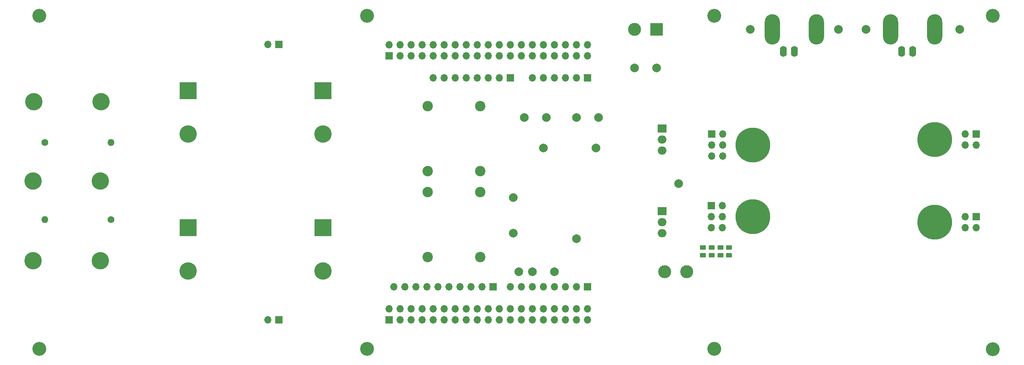
<source format=gbr>
%TF.GenerationSoftware,KiCad,Pcbnew,8.0.8*%
%TF.CreationDate,2025-01-31T18:41:33-06:00*%
%TF.ProjectId,ST2402,53543234-3032-42e6-9b69-6361645f7063,0*%
%TF.SameCoordinates,Original*%
%TF.FileFunction,Soldermask,Bot*%
%TF.FilePolarity,Negative*%
%FSLAX46Y46*%
G04 Gerber Fmt 4.6, Leading zero omitted, Abs format (unit mm)*
G04 Created by KiCad (PCBNEW 8.0.8) date 2025-01-31 18:41:33*
%MOMM*%
%LPD*%
G01*
G04 APERTURE LIST*
G04 Aperture macros list*
%AMRoundRect*
0 Rectangle with rounded corners*
0 $1 Rounding radius*
0 $2 $3 $4 $5 $6 $7 $8 $9 X,Y pos of 4 corners*
0 Add a 4 corners polygon primitive as box body*
4,1,4,$2,$3,$4,$5,$6,$7,$8,$9,$2,$3,0*
0 Add four circle primitives for the rounded corners*
1,1,$1+$1,$2,$3*
1,1,$1+$1,$4,$5*
1,1,$1+$1,$6,$7*
1,1,$1+$1,$8,$9*
0 Add four rect primitives between the rounded corners*
20,1,$1+$1,$2,$3,$4,$5,0*
20,1,$1+$1,$4,$5,$6,$7,0*
20,1,$1+$1,$6,$7,$8,$9,0*
20,1,$1+$1,$8,$9,$2,$3,0*%
G04 Aperture macros list end*
%ADD10C,2.000000*%
%ADD11R,1.700000X1.700000*%
%ADD12O,1.700000X1.700000*%
%ADD13C,2.400000*%
%ADD14R,2.000000X1.905000*%
%ADD15O,2.000000X1.905000*%
%ADD16C,3.200000*%
%ADD17C,8.000000*%
%ADD18C,3.000000*%
%ADD19R,3.000000X3.000000*%
%ADD20O,3.500000X7.000000*%
%ADD21O,1.600000X2.500000*%
%ADD22C,1.600000*%
%ADD23O,1.600000X1.600000*%
%ADD24R,4.000000X4.000000*%
%ADD25C,4.000000*%
%ADD26RoundRect,0.250000X0.450000X-0.262500X0.450000X0.262500X-0.450000X0.262500X-0.450000X-0.262500X0*%
G04 APERTURE END LIST*
D10*
%TO.C,F2*%
X165735000Y-82550000D03*
X160655000Y-82540000D03*
%TD*%
D11*
%TO.C,J11*%
X252750000Y-105430000D03*
D12*
X250210000Y-105430000D03*
X252750000Y-107970000D03*
X250210000Y-107970000D03*
%TD*%
D13*
%TO.C,C16*%
X138430000Y-79890000D03*
X138430000Y-94890000D03*
%TD*%
D10*
%TO.C,TP3*%
X147320000Y-118110000D03*
%TD*%
D14*
%TO.C,Q1*%
X180340000Y-85090000D03*
D15*
X180340000Y-87630000D03*
X180340000Y-90170000D03*
%TD*%
D11*
%TO.C,J22*%
X191765000Y-102885000D03*
D12*
X194305000Y-102885000D03*
X191765000Y-105425000D03*
X194305000Y-105425000D03*
X191765000Y-107965000D03*
X194305000Y-107965000D03*
%TD*%
D11*
%TO.C,J2*%
X117475000Y-68275000D03*
D12*
X117475000Y-65735000D03*
X120015000Y-68275000D03*
X120015000Y-65735000D03*
X122555000Y-68275000D03*
X122555000Y-65735000D03*
X125095000Y-68275000D03*
X125095000Y-65735000D03*
X127635000Y-68275000D03*
X127635000Y-65735000D03*
X130175000Y-68275000D03*
X130175000Y-65735000D03*
X132715000Y-68275000D03*
X132715000Y-65735000D03*
X135255000Y-68275000D03*
X135255000Y-65735000D03*
X137795000Y-68275000D03*
X137795000Y-65735000D03*
X140335000Y-68275000D03*
X140335000Y-65735000D03*
X142875000Y-68275000D03*
X142875000Y-65735000D03*
X145415000Y-68275000D03*
X145415000Y-65735000D03*
X147955000Y-68275000D03*
X147955000Y-65735000D03*
X150495000Y-68275000D03*
X150495000Y-65735000D03*
X153035000Y-68275000D03*
X153035000Y-65735000D03*
X155575000Y-68275000D03*
X155575000Y-65735000D03*
X158115000Y-68275000D03*
X158115000Y-65735000D03*
X160655000Y-68275000D03*
X160655000Y-65735000D03*
X163195000Y-68275000D03*
X163195000Y-65735000D03*
%TD*%
D11*
%TO.C,J12*%
X252750000Y-86380000D03*
D12*
X250210000Y-86380000D03*
X252750000Y-88920000D03*
X250210000Y-88920000D03*
%TD*%
D16*
%TO.C,H6*%
X36830000Y-135890000D03*
%TD*%
D11*
%TO.C,J4*%
X145415000Y-73355000D03*
D12*
X142875000Y-73355000D03*
X140335000Y-73355000D03*
X137795000Y-73355000D03*
X135255000Y-73355000D03*
X132715000Y-73355000D03*
X130175000Y-73355000D03*
X127635000Y-73355000D03*
%TD*%
D16*
%TO.C,H7*%
X112395000Y-135890000D03*
%TD*%
D17*
%TO.C,TP18*%
X243205000Y-87630000D03*
%TD*%
D18*
%TO.C,J14*%
X180975000Y-118110000D03*
%TD*%
D19*
%TO.C,J9*%
X179070000Y-62230000D03*
D18*
X173990000Y-62230000D03*
%TD*%
D13*
%TO.C,C12*%
X126365000Y-79890000D03*
X126365000Y-94890000D03*
%TD*%
D10*
%TO.C,TP6*%
X184150000Y-97790000D03*
%TD*%
%TO.C,F1*%
X153670000Y-82560000D03*
X148590000Y-82550000D03*
%TD*%
D20*
%TO.C,J19*%
X215900000Y-62230000D03*
D21*
X208280000Y-67310000D03*
D20*
X205740000Y-62230000D03*
D21*
X210820000Y-67310000D03*
%TD*%
D22*
%TO.C,R9*%
X38100000Y-88265000D03*
D23*
X53340000Y-88265000D03*
%TD*%
D20*
%TO.C,J13*%
X243205000Y-62230000D03*
D21*
X235585000Y-67310000D03*
D20*
X233045000Y-62230000D03*
D21*
X238125000Y-67310000D03*
%TD*%
D17*
%TO.C,TP17*%
X201295000Y-105410000D03*
%TD*%
D10*
%TO.C,TP14*%
X200660000Y-62230000D03*
%TD*%
D24*
%TO.C,C14*%
X102235000Y-107950000D03*
D25*
X102235000Y-117950000D03*
%TD*%
D11*
%TO.C,J1*%
X117475000Y-129185000D03*
D12*
X117475000Y-126645000D03*
X120015000Y-129185000D03*
X120015000Y-126645000D03*
X122555000Y-129185000D03*
X122555000Y-126645000D03*
X125095000Y-129185000D03*
X125095000Y-126645000D03*
X127635000Y-129185000D03*
X127635000Y-126645000D03*
X130175000Y-129185000D03*
X130175000Y-126645000D03*
X132715000Y-129185000D03*
X132715000Y-126645000D03*
X135255000Y-129185000D03*
X135255000Y-126645000D03*
X137795000Y-129185000D03*
X137795000Y-126645000D03*
X140335000Y-129185000D03*
X140335000Y-126645000D03*
X142875000Y-129185000D03*
X142875000Y-126645000D03*
X145415000Y-129185000D03*
X145415000Y-126645000D03*
X147955000Y-129185000D03*
X147955000Y-126645000D03*
X150495000Y-129185000D03*
X150495000Y-126645000D03*
X153035000Y-129185000D03*
X153035000Y-126645000D03*
X155575000Y-129185000D03*
X155575000Y-126645000D03*
X158115000Y-129185000D03*
X158115000Y-126645000D03*
X160655000Y-129185000D03*
X160655000Y-126645000D03*
X163195000Y-129185000D03*
X163195000Y-126645000D03*
%TD*%
D10*
%TO.C,TP12*%
X179070000Y-71120000D03*
%TD*%
D16*
%TO.C,H5*%
X36830000Y-59055000D03*
%TD*%
D24*
%TO.C,C10*%
X71120000Y-76360000D03*
D25*
X71120000Y-86360000D03*
%TD*%
D11*
%TO.C,J8*%
X92075000Y-65659000D03*
D12*
X89535000Y-65659000D03*
%TD*%
D10*
%TO.C,TP8*%
X173990000Y-71120000D03*
%TD*%
D11*
%TO.C,J6*%
X141395000Y-121585000D03*
D12*
X138855000Y-121585000D03*
X136315000Y-121585000D03*
X133775000Y-121585000D03*
X131235000Y-121585000D03*
X128695000Y-121585000D03*
X126155000Y-121585000D03*
X123615000Y-121585000D03*
X121075000Y-121585000D03*
X118535000Y-121585000D03*
%TD*%
D10*
%TO.C,TP5*%
X146050000Y-100965000D03*
%TD*%
%TO.C,TP2*%
X150495000Y-118110000D03*
%TD*%
%TO.C,TP4*%
X146050000Y-109220000D03*
%TD*%
D16*
%TO.C,H8*%
X112395000Y-59055000D03*
%TD*%
D10*
%TO.C,TP9*%
X153035000Y-89535000D03*
%TD*%
D18*
%TO.C,J18*%
X186055000Y-118110000D03*
%TD*%
D25*
%TO.C,J16*%
X50930000Y-97155000D03*
X35430000Y-97155000D03*
%TD*%
D10*
%TO.C,TP7*%
X165100000Y-89535000D03*
%TD*%
D16*
%TO.C,H4*%
X192405000Y-135890000D03*
%TD*%
%TO.C,H2*%
X256540000Y-136000000D03*
%TD*%
D10*
%TO.C,TP11*%
X160655000Y-110490000D03*
%TD*%
D14*
%TO.C,Q2*%
X180340000Y-104140000D03*
D15*
X180340000Y-106680000D03*
X180340000Y-109220000D03*
%TD*%
D11*
%TO.C,J5*%
X163195000Y-73355000D03*
D12*
X160655000Y-73355000D03*
X158115000Y-73355000D03*
X155575000Y-73355000D03*
X153035000Y-73355000D03*
X150495000Y-73355000D03*
%TD*%
D10*
%TO.C,TP1*%
X155575000Y-118110000D03*
%TD*%
D17*
%TO.C,TP16*%
X201295000Y-88900000D03*
%TD*%
D22*
%TO.C,R10*%
X53340000Y-106045000D03*
D23*
X38100000Y-106045000D03*
%TD*%
D25*
%TO.C,J17*%
X50930000Y-115570000D03*
X35430000Y-115570000D03*
%TD*%
%TO.C,J15*%
X51060000Y-78900000D03*
X35560000Y-78900000D03*
%TD*%
D10*
%TO.C,TP15*%
X220980000Y-62230000D03*
%TD*%
%TO.C,TP13*%
X248920000Y-62230000D03*
%TD*%
D13*
%TO.C,C17*%
X138430000Y-99695000D03*
X138430000Y-114695000D03*
%TD*%
D16*
%TO.C,H3*%
X192405000Y-59055000D03*
%TD*%
D24*
%TO.C,C13*%
X71120000Y-107950000D03*
D25*
X71120000Y-117950000D03*
%TD*%
D11*
%TO.C,J7*%
X92075000Y-129185000D03*
D12*
X89535000Y-129185000D03*
%TD*%
D13*
%TO.C,C15*%
X126365000Y-99695000D03*
X126365000Y-114695000D03*
%TD*%
D16*
%TO.C,H1*%
X256540000Y-59055000D03*
%TD*%
D11*
%TO.C,J3*%
X163195000Y-121585000D03*
D12*
X160655000Y-121585000D03*
X158115000Y-121585000D03*
X155575000Y-121585000D03*
X153035000Y-121585000D03*
X150495000Y-121585000D03*
X147955000Y-121585000D03*
X145415000Y-121585000D03*
%TD*%
D11*
%TO.C,J21*%
X191770000Y-86360000D03*
D12*
X194310000Y-86360000D03*
X191770000Y-88900000D03*
X194310000Y-88900000D03*
X191770000Y-91440000D03*
X194310000Y-91440000D03*
%TD*%
D17*
%TO.C,TP19*%
X243205000Y-106680000D03*
%TD*%
D10*
%TO.C,TP10*%
X227330000Y-62230000D03*
%TD*%
D24*
%TO.C,C11*%
X102235000Y-76360000D03*
D25*
X102235000Y-86360000D03*
%TD*%
D26*
%TO.C,R5*%
X189738000Y-114300000D03*
X189738000Y-112475000D03*
%TD*%
%TO.C,R6*%
X191770000Y-114300000D03*
X191770000Y-112475000D03*
%TD*%
%TO.C,R8*%
X195818000Y-114300000D03*
X195818000Y-112475000D03*
%TD*%
%TO.C,R7*%
X193802000Y-114300000D03*
X193802000Y-112475000D03*
%TD*%
M02*

</source>
